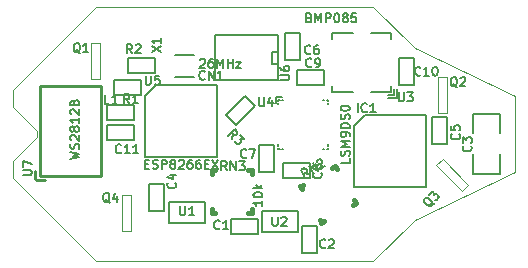
<source format=gto>
G04 (created by PCBNEW (2013-jul-07)-stable) date Tue 30 Dec 2014 02:21:33 PM EST*
%MOIN*%
G04 Gerber Fmt 3.4, Leading zero omitted, Abs format*
%FSLAX34Y34*%
G01*
G70*
G90*
G04 APERTURE LIST*
%ADD10C,0.00590551*%
%ADD11C,0.00393701*%
%ADD12C,0.0047*%
%ADD13C,0.005*%
%ADD14C,0.006*%
%ADD15C,0.015*%
%ADD16C,0.01*%
G04 APERTURE END LIST*
G54D10*
G54D11*
X55118Y-14960D02*
X45866Y-14960D01*
X55118Y-23425D02*
X45866Y-23425D01*
X56496Y-16338D02*
X59842Y-17913D01*
X55118Y-14960D02*
X56496Y-16338D01*
X56496Y-22047D02*
X59842Y-20472D01*
X55118Y-23425D02*
X56496Y-22047D01*
X45866Y-14960D02*
X43110Y-17716D01*
X45866Y-23425D02*
X43110Y-20669D01*
X59842Y-20275D02*
X59842Y-20472D01*
X59842Y-17913D02*
X59842Y-20275D01*
X43897Y-19291D02*
X43897Y-19094D01*
X43110Y-20078D02*
X43897Y-19291D01*
X43110Y-20669D02*
X43110Y-20078D01*
X43110Y-17716D02*
X43110Y-18307D01*
X43897Y-19094D02*
X43110Y-18307D01*
G54D10*
X53605Y-19577D02*
X53605Y-19537D01*
X53487Y-19695D02*
X53448Y-19695D01*
X52070Y-19695D02*
X52109Y-19695D01*
X51952Y-19577D02*
X51952Y-19537D01*
X51952Y-18160D02*
X51952Y-18199D01*
X52070Y-18041D02*
X52109Y-18041D01*
X53487Y-18041D02*
X53448Y-18041D01*
X53605Y-18160D02*
X53605Y-18199D01*
X52070Y-17963D02*
X51873Y-17963D01*
X51873Y-17963D02*
X51873Y-18160D01*
X51991Y-19695D02*
X51952Y-19695D01*
X51952Y-19695D02*
X51952Y-19656D01*
X53605Y-19656D02*
X53605Y-19695D01*
X53605Y-19695D02*
X53566Y-19695D01*
X53566Y-18041D02*
X53605Y-18041D01*
X53605Y-18041D02*
X53605Y-18081D01*
X51952Y-18081D02*
X51952Y-18041D01*
X51952Y-18041D02*
X51991Y-18041D01*
G54D12*
X57287Y-18487D02*
X57287Y-17287D01*
X57287Y-17287D02*
X57587Y-17287D01*
X57587Y-17287D02*
X57587Y-18487D01*
X57587Y-18487D02*
X57287Y-18487D01*
X45998Y-16166D02*
X45998Y-17366D01*
X45998Y-17366D02*
X45698Y-17366D01*
X45698Y-17366D02*
X45698Y-16166D01*
X45698Y-16166D02*
X45998Y-16166D01*
X58065Y-21088D02*
X57216Y-20239D01*
X57216Y-20239D02*
X57428Y-20027D01*
X57428Y-20027D02*
X58277Y-20875D01*
X58277Y-20875D02*
X58065Y-21088D01*
X47022Y-21235D02*
X47022Y-22435D01*
X47022Y-22435D02*
X46722Y-22435D01*
X46722Y-22435D02*
X46722Y-21235D01*
X46722Y-21235D02*
X47022Y-21235D01*
G54D13*
X52605Y-21758D02*
X52605Y-22458D01*
X52605Y-22458D02*
X51405Y-22458D01*
X51405Y-22458D02*
X51405Y-21758D01*
X51405Y-21758D02*
X52605Y-21758D01*
X49489Y-21459D02*
X49489Y-22159D01*
X49489Y-22159D02*
X48289Y-22159D01*
X48289Y-22159D02*
X48289Y-21459D01*
X48289Y-21459D02*
X49489Y-21459D01*
X51945Y-15943D02*
X51945Y-15893D01*
X51945Y-15893D02*
X49845Y-15893D01*
X49845Y-17393D02*
X51945Y-17393D01*
X51945Y-17393D02*
X51945Y-15943D01*
X51945Y-16843D02*
X51745Y-16843D01*
X51745Y-16843D02*
X51745Y-16443D01*
X51745Y-16443D02*
X51945Y-16443D01*
X49845Y-17393D02*
X49845Y-15893D01*
X59322Y-18509D02*
X58422Y-18509D01*
X58422Y-18509D02*
X58422Y-19159D01*
X59322Y-19859D02*
X59322Y-20509D01*
X59322Y-20509D02*
X58422Y-20509D01*
X58422Y-20509D02*
X58422Y-19859D01*
X59322Y-19159D02*
X59322Y-18509D01*
X50194Y-18546D02*
X50830Y-17910D01*
X50830Y-17910D02*
X51183Y-18264D01*
X51183Y-18264D02*
X50547Y-18900D01*
X50547Y-18900D02*
X50194Y-18546D01*
X47849Y-17168D02*
X46949Y-17168D01*
X46949Y-17168D02*
X46949Y-16668D01*
X46949Y-16668D02*
X47849Y-16668D01*
X47849Y-16668D02*
X47849Y-17168D01*
X53006Y-20650D02*
X52106Y-20650D01*
X52106Y-20650D02*
X52106Y-20150D01*
X52106Y-20150D02*
X53006Y-20150D01*
X53006Y-20150D02*
X53006Y-20650D01*
X56486Y-16650D02*
X56486Y-17550D01*
X56486Y-17550D02*
X55986Y-17550D01*
X55986Y-17550D02*
X55986Y-16650D01*
X55986Y-16650D02*
X56486Y-16650D01*
X51289Y-20455D02*
X51289Y-19555D01*
X51289Y-19555D02*
X51789Y-19555D01*
X51789Y-19555D02*
X51789Y-20455D01*
X51789Y-20455D02*
X51289Y-20455D01*
X47360Y-17892D02*
X46460Y-17892D01*
X46460Y-17892D02*
X46460Y-17392D01*
X46460Y-17392D02*
X47360Y-17392D01*
X47360Y-17392D02*
X47360Y-17892D01*
X51257Y-22523D02*
X50357Y-22523D01*
X50357Y-22523D02*
X50357Y-22023D01*
X50357Y-22023D02*
X51257Y-22023D01*
X51257Y-22023D02*
X51257Y-22523D01*
X57079Y-19538D02*
X57079Y-18638D01*
X57079Y-18638D02*
X57579Y-18638D01*
X57579Y-18638D02*
X57579Y-19538D01*
X57579Y-19538D02*
X57079Y-19538D01*
X53462Y-17569D02*
X52562Y-17569D01*
X52562Y-17569D02*
X52562Y-17069D01*
X52562Y-17069D02*
X53462Y-17069D01*
X53462Y-17069D02*
X53462Y-17569D01*
X47142Y-18739D02*
X46242Y-18739D01*
X46242Y-18739D02*
X46242Y-18239D01*
X46242Y-18239D02*
X47142Y-18239D01*
X47142Y-18239D02*
X47142Y-18739D01*
X48140Y-20856D02*
X48140Y-21756D01*
X48140Y-21756D02*
X47640Y-21756D01*
X47640Y-21756D02*
X47640Y-20856D01*
X47640Y-20856D02*
X48140Y-20856D01*
X53251Y-22266D02*
X53251Y-23166D01*
X53251Y-23166D02*
X52751Y-23166D01*
X52751Y-23166D02*
X52751Y-22266D01*
X52751Y-22266D02*
X53251Y-22266D01*
X47127Y-19388D02*
X46227Y-19388D01*
X46227Y-19388D02*
X46227Y-18888D01*
X46227Y-18888D02*
X47127Y-18888D01*
X47127Y-18888D02*
X47127Y-19388D01*
G54D14*
X47885Y-17550D02*
X49535Y-17550D01*
X49535Y-17550D02*
X49910Y-17550D01*
X49910Y-17550D02*
X49910Y-19950D01*
X49910Y-19950D02*
X47510Y-19950D01*
X47510Y-19950D02*
X47510Y-17925D01*
X47510Y-17925D02*
X47885Y-17550D01*
X54840Y-18551D02*
X56490Y-18551D01*
X56490Y-18551D02*
X56865Y-18551D01*
X56865Y-18551D02*
X56865Y-20951D01*
X56865Y-20951D02*
X54465Y-20951D01*
X54465Y-20951D02*
X54465Y-18926D01*
X54465Y-18926D02*
X54840Y-18551D01*
G54D15*
X53729Y-20325D02*
X53831Y-20266D01*
X53831Y-20266D02*
X53890Y-20368D01*
X53483Y-22104D02*
X53381Y-22163D01*
X53381Y-22163D02*
X53321Y-22061D01*
X52731Y-21038D02*
X52672Y-20935D01*
X52672Y-20935D02*
X52774Y-20876D01*
X54438Y-21553D02*
X54540Y-21494D01*
X54540Y-21494D02*
X54481Y-21391D01*
X49843Y-21825D02*
X49725Y-21825D01*
X49725Y-21825D02*
X49725Y-21706D01*
X50945Y-20407D02*
X51063Y-20407D01*
X51063Y-20407D02*
X51063Y-20525D01*
X51063Y-21706D02*
X51063Y-21825D01*
X51063Y-21825D02*
X50945Y-21825D01*
X49843Y-20407D02*
X49725Y-20407D01*
X49725Y-20407D02*
X49725Y-20525D01*
G54D10*
X49139Y-16562D02*
X48509Y-16562D01*
X48517Y-17294D02*
X49146Y-17294D01*
X55613Y-17895D02*
X55810Y-17895D01*
X55810Y-17895D02*
X55810Y-17698D01*
X55908Y-17698D02*
X55908Y-17994D01*
X55908Y-17994D02*
X55613Y-17994D01*
X53743Y-17600D02*
X53743Y-17797D01*
X53743Y-17797D02*
X54432Y-17797D01*
X54432Y-15828D02*
X53743Y-15828D01*
X53743Y-15828D02*
X53743Y-16025D01*
X55712Y-16025D02*
X55712Y-15828D01*
X55712Y-15828D02*
X55023Y-15828D01*
X55712Y-17797D02*
X55712Y-17600D01*
X55712Y-17797D02*
X55023Y-17797D01*
G54D13*
X52179Y-16725D02*
X52179Y-15825D01*
X52179Y-15825D02*
X52679Y-15825D01*
X52679Y-15825D02*
X52679Y-16725D01*
X52679Y-16725D02*
X52179Y-16725D01*
G54D16*
X43849Y-20700D02*
X43889Y-20740D01*
X43889Y-20740D02*
X44164Y-20740D01*
X43849Y-20425D02*
X43849Y-20700D01*
X46054Y-20582D02*
X44007Y-20582D01*
X44007Y-20582D02*
X44007Y-17590D01*
X44007Y-17590D02*
X46054Y-17590D01*
X46054Y-17590D02*
X46054Y-20582D01*
G54D14*
X51306Y-17971D02*
X51306Y-18213D01*
X51321Y-18242D01*
X51335Y-18256D01*
X51364Y-18271D01*
X51421Y-18271D01*
X51449Y-18256D01*
X51464Y-18242D01*
X51478Y-18213D01*
X51478Y-17971D01*
X51749Y-18071D02*
X51749Y-18271D01*
X51678Y-17956D02*
X51606Y-18171D01*
X51792Y-18171D01*
X54324Y-20002D02*
X54324Y-20145D01*
X54024Y-20145D01*
X54309Y-19917D02*
X54324Y-19874D01*
X54324Y-19802D01*
X54309Y-19774D01*
X54295Y-19759D01*
X54267Y-19745D01*
X54238Y-19745D01*
X54209Y-19759D01*
X54195Y-19774D01*
X54181Y-19802D01*
X54167Y-19859D01*
X54152Y-19888D01*
X54138Y-19902D01*
X54109Y-19917D01*
X54081Y-19917D01*
X54052Y-19902D01*
X54038Y-19888D01*
X54024Y-19859D01*
X54024Y-19788D01*
X54038Y-19745D01*
X54324Y-19617D02*
X54024Y-19617D01*
X54238Y-19517D01*
X54024Y-19417D01*
X54324Y-19417D01*
X54324Y-19259D02*
X54324Y-19202D01*
X54309Y-19174D01*
X54295Y-19159D01*
X54252Y-19131D01*
X54195Y-19117D01*
X54081Y-19117D01*
X54052Y-19131D01*
X54038Y-19145D01*
X54024Y-19174D01*
X54024Y-19231D01*
X54038Y-19259D01*
X54052Y-19274D01*
X54081Y-19288D01*
X54152Y-19288D01*
X54181Y-19274D01*
X54195Y-19259D01*
X54209Y-19231D01*
X54209Y-19174D01*
X54195Y-19145D01*
X54181Y-19131D01*
X54152Y-19117D01*
X54324Y-18988D02*
X54024Y-18988D01*
X54024Y-18917D01*
X54038Y-18874D01*
X54067Y-18845D01*
X54095Y-18831D01*
X54152Y-18817D01*
X54195Y-18817D01*
X54252Y-18831D01*
X54281Y-18845D01*
X54309Y-18874D01*
X54324Y-18917D01*
X54324Y-18988D01*
X54309Y-18702D02*
X54324Y-18659D01*
X54324Y-18588D01*
X54309Y-18559D01*
X54295Y-18545D01*
X54267Y-18531D01*
X54238Y-18531D01*
X54209Y-18545D01*
X54195Y-18559D01*
X54181Y-18588D01*
X54167Y-18645D01*
X54152Y-18674D01*
X54138Y-18688D01*
X54109Y-18702D01*
X54081Y-18702D01*
X54052Y-18688D01*
X54038Y-18674D01*
X54024Y-18645D01*
X54024Y-18574D01*
X54038Y-18531D01*
X54024Y-18345D02*
X54024Y-18317D01*
X54038Y-18288D01*
X54052Y-18274D01*
X54081Y-18259D01*
X54138Y-18245D01*
X54209Y-18245D01*
X54267Y-18259D01*
X54295Y-18274D01*
X54309Y-18288D01*
X54324Y-18317D01*
X54324Y-18345D01*
X54309Y-18374D01*
X54295Y-18388D01*
X54267Y-18402D01*
X54209Y-18417D01*
X54138Y-18417D01*
X54081Y-18402D01*
X54052Y-18388D01*
X54038Y-18374D01*
X54024Y-18345D01*
X47734Y-16473D02*
X48034Y-16273D01*
X47734Y-16273D02*
X48034Y-16473D01*
X48034Y-16001D02*
X48034Y-16173D01*
X48034Y-16087D02*
X47734Y-16087D01*
X47777Y-16116D01*
X47806Y-16144D01*
X47820Y-16173D01*
X49331Y-16710D02*
X49345Y-16695D01*
X49374Y-16681D01*
X49445Y-16681D01*
X49474Y-16695D01*
X49488Y-16710D01*
X49502Y-16738D01*
X49502Y-16767D01*
X49488Y-16810D01*
X49316Y-16981D01*
X49502Y-16981D01*
X49759Y-16681D02*
X49702Y-16681D01*
X49674Y-16695D01*
X49659Y-16710D01*
X49631Y-16753D01*
X49616Y-16810D01*
X49616Y-16924D01*
X49631Y-16953D01*
X49645Y-16967D01*
X49674Y-16981D01*
X49731Y-16981D01*
X49759Y-16967D01*
X49774Y-16953D01*
X49788Y-16924D01*
X49788Y-16853D01*
X49774Y-16824D01*
X49759Y-16810D01*
X49731Y-16795D01*
X49674Y-16795D01*
X49645Y-16810D01*
X49631Y-16824D01*
X49616Y-16853D01*
X49916Y-16981D02*
X49916Y-16681D01*
X50016Y-16895D01*
X50116Y-16681D01*
X50116Y-16981D01*
X50259Y-16981D02*
X50259Y-16681D01*
X50259Y-16824D02*
X50431Y-16824D01*
X50431Y-16981D02*
X50431Y-16681D01*
X50545Y-16781D02*
X50702Y-16781D01*
X50545Y-16981D01*
X50702Y-16981D01*
X57914Y-17630D02*
X57885Y-17616D01*
X57857Y-17587D01*
X57814Y-17544D01*
X57785Y-17530D01*
X57757Y-17530D01*
X57771Y-17601D02*
X57742Y-17587D01*
X57714Y-17558D01*
X57700Y-17501D01*
X57700Y-17401D01*
X57714Y-17344D01*
X57742Y-17316D01*
X57771Y-17301D01*
X57828Y-17301D01*
X57857Y-17316D01*
X57885Y-17344D01*
X57900Y-17401D01*
X57900Y-17501D01*
X57885Y-17558D01*
X57857Y-17587D01*
X57828Y-17601D01*
X57771Y-17601D01*
X58014Y-17330D02*
X58028Y-17316D01*
X58057Y-17301D01*
X58128Y-17301D01*
X58157Y-17316D01*
X58171Y-17330D01*
X58185Y-17358D01*
X58185Y-17387D01*
X58171Y-17430D01*
X58000Y-17601D01*
X58185Y-17601D01*
X45348Y-16490D02*
X45320Y-16476D01*
X45291Y-16447D01*
X45248Y-16404D01*
X45220Y-16390D01*
X45191Y-16390D01*
X45206Y-16461D02*
X45177Y-16447D01*
X45148Y-16419D01*
X45134Y-16361D01*
X45134Y-16261D01*
X45148Y-16204D01*
X45177Y-16176D01*
X45206Y-16161D01*
X45263Y-16161D01*
X45291Y-16176D01*
X45320Y-16204D01*
X45334Y-16261D01*
X45334Y-16361D01*
X45320Y-16419D01*
X45291Y-16447D01*
X45263Y-16461D01*
X45206Y-16461D01*
X45620Y-16461D02*
X45448Y-16461D01*
X45534Y-16461D02*
X45534Y-16161D01*
X45506Y-16204D01*
X45477Y-16233D01*
X45448Y-16247D01*
X57152Y-21504D02*
X57122Y-21514D01*
X57082Y-21514D01*
X57021Y-21514D01*
X56991Y-21524D01*
X56970Y-21544D01*
X57031Y-21585D02*
X57001Y-21595D01*
X56960Y-21595D01*
X56910Y-21564D01*
X56839Y-21494D01*
X56809Y-21443D01*
X56809Y-21403D01*
X56819Y-21372D01*
X56859Y-21332D01*
X56890Y-21322D01*
X56930Y-21322D01*
X56981Y-21352D01*
X57051Y-21423D01*
X57082Y-21473D01*
X57082Y-21514D01*
X57071Y-21544D01*
X57031Y-21585D01*
X56981Y-21211D02*
X57112Y-21079D01*
X57122Y-21231D01*
X57152Y-21201D01*
X57183Y-21191D01*
X57203Y-21191D01*
X57233Y-21201D01*
X57284Y-21251D01*
X57294Y-21281D01*
X57294Y-21302D01*
X57284Y-21332D01*
X57223Y-21393D01*
X57193Y-21403D01*
X57172Y-21403D01*
X46329Y-21488D02*
X46301Y-21474D01*
X46272Y-21445D01*
X46229Y-21402D01*
X46201Y-21388D01*
X46172Y-21388D01*
X46186Y-21460D02*
X46158Y-21445D01*
X46129Y-21417D01*
X46115Y-21360D01*
X46115Y-21260D01*
X46129Y-21202D01*
X46158Y-21174D01*
X46186Y-21160D01*
X46243Y-21160D01*
X46272Y-21174D01*
X46301Y-21202D01*
X46315Y-21260D01*
X46315Y-21360D01*
X46301Y-21417D01*
X46272Y-21445D01*
X46243Y-21460D01*
X46186Y-21460D01*
X46572Y-21260D02*
X46572Y-21460D01*
X46501Y-21145D02*
X46429Y-21360D01*
X46615Y-21360D01*
X51754Y-21946D02*
X51754Y-22189D01*
X51768Y-22217D01*
X51783Y-22232D01*
X51811Y-22246D01*
X51868Y-22246D01*
X51897Y-22232D01*
X51911Y-22217D01*
X51926Y-22189D01*
X51926Y-21946D01*
X52054Y-21975D02*
X52068Y-21960D01*
X52097Y-21946D01*
X52168Y-21946D01*
X52197Y-21960D01*
X52211Y-21975D01*
X52226Y-22003D01*
X52226Y-22032D01*
X52211Y-22075D01*
X52040Y-22246D01*
X52226Y-22246D01*
X48676Y-21602D02*
X48676Y-21844D01*
X48690Y-21873D01*
X48705Y-21887D01*
X48733Y-21902D01*
X48790Y-21902D01*
X48819Y-21887D01*
X48833Y-21873D01*
X48847Y-21844D01*
X48847Y-21602D01*
X49147Y-21902D02*
X48976Y-21902D01*
X49062Y-21902D02*
X49062Y-21602D01*
X49033Y-21644D01*
X49005Y-21673D01*
X48976Y-21687D01*
X52018Y-17388D02*
X52261Y-17388D01*
X52290Y-17373D01*
X52304Y-17359D01*
X52318Y-17331D01*
X52318Y-17273D01*
X52304Y-17245D01*
X52290Y-17231D01*
X52261Y-17216D01*
X52018Y-17216D01*
X52018Y-16945D02*
X52018Y-17002D01*
X52032Y-17031D01*
X52047Y-17045D01*
X52090Y-17073D01*
X52147Y-17088D01*
X52261Y-17088D01*
X52290Y-17073D01*
X52304Y-17059D01*
X52318Y-17031D01*
X52318Y-16973D01*
X52304Y-16945D01*
X52290Y-16931D01*
X52261Y-16916D01*
X52190Y-16916D01*
X52161Y-16931D01*
X52147Y-16945D01*
X52132Y-16973D01*
X52132Y-17031D01*
X52147Y-17059D01*
X52161Y-17073D01*
X52190Y-17088D01*
X58360Y-19587D02*
X58374Y-19601D01*
X58389Y-19644D01*
X58389Y-19673D01*
X58374Y-19715D01*
X58346Y-19744D01*
X58317Y-19758D01*
X58260Y-19773D01*
X58217Y-19773D01*
X58160Y-19758D01*
X58132Y-19744D01*
X58103Y-19715D01*
X58089Y-19673D01*
X58089Y-19644D01*
X58103Y-19601D01*
X58117Y-19587D01*
X58089Y-19487D02*
X58089Y-19301D01*
X58203Y-19401D01*
X58203Y-19358D01*
X58217Y-19330D01*
X58232Y-19315D01*
X58260Y-19301D01*
X58332Y-19301D01*
X58360Y-19315D01*
X58374Y-19330D01*
X58389Y-19358D01*
X58389Y-19444D01*
X58374Y-19473D01*
X58360Y-19487D01*
X50398Y-19362D02*
X50429Y-19190D01*
X50277Y-19241D02*
X50489Y-19029D01*
X50570Y-19109D01*
X50580Y-19140D01*
X50580Y-19160D01*
X50570Y-19190D01*
X50540Y-19221D01*
X50509Y-19231D01*
X50489Y-19231D01*
X50459Y-19221D01*
X50378Y-19140D01*
X50681Y-19221D02*
X50813Y-19352D01*
X50661Y-19362D01*
X50691Y-19392D01*
X50701Y-19423D01*
X50701Y-19443D01*
X50691Y-19473D01*
X50641Y-19524D01*
X50610Y-19534D01*
X50590Y-19534D01*
X50560Y-19524D01*
X50499Y-19463D01*
X50489Y-19433D01*
X50489Y-19412D01*
X47083Y-16498D02*
X46983Y-16355D01*
X46912Y-16498D02*
X46912Y-16198D01*
X47026Y-16198D01*
X47054Y-16212D01*
X47069Y-16227D01*
X47083Y-16255D01*
X47083Y-16298D01*
X47069Y-16327D01*
X47054Y-16341D01*
X47026Y-16355D01*
X46912Y-16355D01*
X47197Y-16227D02*
X47212Y-16212D01*
X47240Y-16198D01*
X47312Y-16198D01*
X47340Y-16212D01*
X47354Y-16227D01*
X47369Y-16255D01*
X47369Y-16284D01*
X47354Y-16327D01*
X47183Y-16498D01*
X47369Y-16498D01*
X53372Y-20479D02*
X53386Y-20494D01*
X53401Y-20537D01*
X53401Y-20565D01*
X53386Y-20608D01*
X53358Y-20637D01*
X53329Y-20651D01*
X53272Y-20665D01*
X53229Y-20665D01*
X53172Y-20651D01*
X53143Y-20637D01*
X53115Y-20608D01*
X53101Y-20565D01*
X53101Y-20537D01*
X53115Y-20494D01*
X53129Y-20479D01*
X53229Y-20308D02*
X53215Y-20337D01*
X53201Y-20351D01*
X53172Y-20365D01*
X53158Y-20365D01*
X53129Y-20351D01*
X53115Y-20337D01*
X53101Y-20308D01*
X53101Y-20251D01*
X53115Y-20222D01*
X53129Y-20208D01*
X53158Y-20194D01*
X53172Y-20194D01*
X53201Y-20208D01*
X53215Y-20222D01*
X53229Y-20251D01*
X53229Y-20308D01*
X53243Y-20337D01*
X53258Y-20351D01*
X53286Y-20365D01*
X53343Y-20365D01*
X53372Y-20351D01*
X53386Y-20337D01*
X53401Y-20308D01*
X53401Y-20251D01*
X53386Y-20222D01*
X53372Y-20208D01*
X53343Y-20194D01*
X53286Y-20194D01*
X53258Y-20208D01*
X53243Y-20222D01*
X53229Y-20251D01*
X56687Y-17218D02*
X56672Y-17233D01*
X56629Y-17247D01*
X56601Y-17247D01*
X56558Y-17233D01*
X56529Y-17204D01*
X56515Y-17175D01*
X56501Y-17118D01*
X56501Y-17075D01*
X56515Y-17018D01*
X56529Y-16990D01*
X56558Y-16961D01*
X56601Y-16947D01*
X56629Y-16947D01*
X56672Y-16961D01*
X56687Y-16975D01*
X56972Y-17247D02*
X56801Y-17247D01*
X56887Y-17247D02*
X56887Y-16947D01*
X56858Y-16990D01*
X56829Y-17018D01*
X56801Y-17033D01*
X57158Y-16947D02*
X57187Y-16947D01*
X57215Y-16961D01*
X57229Y-16975D01*
X57244Y-17004D01*
X57258Y-17061D01*
X57258Y-17133D01*
X57244Y-17190D01*
X57229Y-17218D01*
X57215Y-17233D01*
X57187Y-17247D01*
X57158Y-17247D01*
X57129Y-17233D01*
X57115Y-17218D01*
X57101Y-17190D01*
X57087Y-17133D01*
X57087Y-17061D01*
X57101Y-17004D01*
X57115Y-16975D01*
X57129Y-16961D01*
X57158Y-16947D01*
X50885Y-19964D02*
X50870Y-19979D01*
X50827Y-19993D01*
X50799Y-19993D01*
X50756Y-19979D01*
X50727Y-19950D01*
X50713Y-19922D01*
X50699Y-19864D01*
X50699Y-19822D01*
X50713Y-19764D01*
X50727Y-19736D01*
X50756Y-19707D01*
X50799Y-19693D01*
X50827Y-19693D01*
X50870Y-19707D01*
X50885Y-19722D01*
X50985Y-19693D02*
X51185Y-19693D01*
X51056Y-19993D01*
X46987Y-18172D02*
X46887Y-18029D01*
X46815Y-18172D02*
X46815Y-17872D01*
X46930Y-17872D01*
X46958Y-17886D01*
X46973Y-17901D01*
X46987Y-17929D01*
X46987Y-17972D01*
X46973Y-18001D01*
X46958Y-18015D01*
X46930Y-18029D01*
X46815Y-18029D01*
X47273Y-18172D02*
X47101Y-18172D01*
X47187Y-18172D02*
X47187Y-17872D01*
X47158Y-17915D01*
X47130Y-17944D01*
X47101Y-17958D01*
X49989Y-22336D02*
X49975Y-22351D01*
X49932Y-22365D01*
X49903Y-22365D01*
X49860Y-22351D01*
X49832Y-22322D01*
X49817Y-22294D01*
X49803Y-22236D01*
X49803Y-22194D01*
X49817Y-22136D01*
X49832Y-22108D01*
X49860Y-22079D01*
X49903Y-22065D01*
X49932Y-22065D01*
X49975Y-22079D01*
X49989Y-22094D01*
X50275Y-22365D02*
X50103Y-22365D01*
X50189Y-22365D02*
X50189Y-22065D01*
X50160Y-22108D01*
X50132Y-22136D01*
X50103Y-22151D01*
X57976Y-19183D02*
X57991Y-19198D01*
X58005Y-19241D01*
X58005Y-19269D01*
X57991Y-19312D01*
X57962Y-19341D01*
X57933Y-19355D01*
X57876Y-19369D01*
X57833Y-19369D01*
X57776Y-19355D01*
X57748Y-19341D01*
X57719Y-19312D01*
X57705Y-19269D01*
X57705Y-19241D01*
X57719Y-19198D01*
X57733Y-19183D01*
X57705Y-18912D02*
X57705Y-19055D01*
X57848Y-19069D01*
X57833Y-19055D01*
X57819Y-19026D01*
X57819Y-18955D01*
X57833Y-18926D01*
X57848Y-18912D01*
X57876Y-18898D01*
X57948Y-18898D01*
X57976Y-18912D01*
X57991Y-18926D01*
X58005Y-18955D01*
X58005Y-19026D01*
X57991Y-19055D01*
X57976Y-19069D01*
X53050Y-16933D02*
X53036Y-16947D01*
X52993Y-16961D01*
X52964Y-16961D01*
X52921Y-16947D01*
X52893Y-16919D01*
X52878Y-16890D01*
X52864Y-16833D01*
X52864Y-16790D01*
X52878Y-16733D01*
X52893Y-16704D01*
X52921Y-16676D01*
X52964Y-16661D01*
X52993Y-16661D01*
X53036Y-16676D01*
X53050Y-16690D01*
X53193Y-16961D02*
X53250Y-16961D01*
X53278Y-16947D01*
X53293Y-16933D01*
X53321Y-16890D01*
X53336Y-16833D01*
X53336Y-16719D01*
X53321Y-16690D01*
X53307Y-16676D01*
X53278Y-16661D01*
X53221Y-16661D01*
X53193Y-16676D01*
X53178Y-16690D01*
X53164Y-16719D01*
X53164Y-16790D01*
X53178Y-16819D01*
X53193Y-16833D01*
X53221Y-16847D01*
X53278Y-16847D01*
X53307Y-16833D01*
X53321Y-16819D01*
X53336Y-16790D01*
X46318Y-18182D02*
X46175Y-18182D01*
X46175Y-17882D01*
X46575Y-18182D02*
X46403Y-18182D01*
X46489Y-18182D02*
X46489Y-17882D01*
X46460Y-17925D01*
X46432Y-17953D01*
X46403Y-17968D01*
X48518Y-20817D02*
X48532Y-20832D01*
X48546Y-20874D01*
X48546Y-20903D01*
X48532Y-20946D01*
X48503Y-20974D01*
X48475Y-20989D01*
X48418Y-21003D01*
X48375Y-21003D01*
X48318Y-20989D01*
X48289Y-20974D01*
X48260Y-20946D01*
X48246Y-20903D01*
X48246Y-20874D01*
X48260Y-20832D01*
X48275Y-20817D01*
X48346Y-20560D02*
X48546Y-20560D01*
X48232Y-20632D02*
X48446Y-20703D01*
X48446Y-20517D01*
X53520Y-22969D02*
X53506Y-22983D01*
X53463Y-22998D01*
X53434Y-22998D01*
X53391Y-22983D01*
X53363Y-22955D01*
X53348Y-22926D01*
X53334Y-22869D01*
X53334Y-22826D01*
X53348Y-22769D01*
X53363Y-22740D01*
X53391Y-22712D01*
X53434Y-22698D01*
X53463Y-22698D01*
X53506Y-22712D01*
X53520Y-22726D01*
X53634Y-22726D02*
X53648Y-22712D01*
X53677Y-22698D01*
X53748Y-22698D01*
X53777Y-22712D01*
X53791Y-22726D01*
X53806Y-22755D01*
X53806Y-22783D01*
X53791Y-22826D01*
X53620Y-22998D01*
X53806Y-22998D01*
X46706Y-19807D02*
X46692Y-19821D01*
X46649Y-19835D01*
X46621Y-19835D01*
X46578Y-19821D01*
X46549Y-19793D01*
X46535Y-19764D01*
X46521Y-19707D01*
X46521Y-19664D01*
X46535Y-19607D01*
X46549Y-19578D01*
X46578Y-19550D01*
X46621Y-19535D01*
X46649Y-19535D01*
X46692Y-19550D01*
X46706Y-19564D01*
X46992Y-19835D02*
X46821Y-19835D01*
X46906Y-19835D02*
X46906Y-19535D01*
X46878Y-19578D01*
X46849Y-19607D01*
X46821Y-19621D01*
X47278Y-19835D02*
X47106Y-19835D01*
X47192Y-19835D02*
X47192Y-19535D01*
X47163Y-19578D01*
X47135Y-19607D01*
X47106Y-19621D01*
X47527Y-17252D02*
X47527Y-17495D01*
X47541Y-17523D01*
X47555Y-17538D01*
X47584Y-17552D01*
X47641Y-17552D01*
X47670Y-17538D01*
X47684Y-17523D01*
X47698Y-17495D01*
X47698Y-17252D01*
X47984Y-17252D02*
X47841Y-17252D01*
X47827Y-17395D01*
X47841Y-17381D01*
X47870Y-17366D01*
X47941Y-17366D01*
X47970Y-17381D01*
X47984Y-17395D01*
X47998Y-17423D01*
X47998Y-17495D01*
X47984Y-17523D01*
X47970Y-17538D01*
X47941Y-17552D01*
X47870Y-17552D01*
X47841Y-17538D01*
X47827Y-17523D01*
X47503Y-20190D02*
X47603Y-20190D01*
X47646Y-20347D02*
X47503Y-20347D01*
X47503Y-20047D01*
X47646Y-20047D01*
X47760Y-20333D02*
X47803Y-20347D01*
X47874Y-20347D01*
X47903Y-20333D01*
X47917Y-20319D01*
X47932Y-20290D01*
X47932Y-20262D01*
X47917Y-20233D01*
X47903Y-20219D01*
X47874Y-20204D01*
X47817Y-20190D01*
X47789Y-20176D01*
X47774Y-20162D01*
X47760Y-20133D01*
X47760Y-20104D01*
X47774Y-20076D01*
X47789Y-20062D01*
X47817Y-20047D01*
X47889Y-20047D01*
X47932Y-20062D01*
X48060Y-20347D02*
X48060Y-20047D01*
X48174Y-20047D01*
X48203Y-20062D01*
X48217Y-20076D01*
X48232Y-20104D01*
X48232Y-20147D01*
X48217Y-20176D01*
X48203Y-20190D01*
X48174Y-20204D01*
X48060Y-20204D01*
X48403Y-20176D02*
X48374Y-20162D01*
X48360Y-20147D01*
X48346Y-20119D01*
X48346Y-20104D01*
X48360Y-20076D01*
X48374Y-20062D01*
X48403Y-20047D01*
X48460Y-20047D01*
X48489Y-20062D01*
X48503Y-20076D01*
X48517Y-20104D01*
X48517Y-20119D01*
X48503Y-20147D01*
X48489Y-20162D01*
X48460Y-20176D01*
X48403Y-20176D01*
X48374Y-20190D01*
X48360Y-20204D01*
X48346Y-20233D01*
X48346Y-20290D01*
X48360Y-20319D01*
X48374Y-20333D01*
X48403Y-20347D01*
X48460Y-20347D01*
X48489Y-20333D01*
X48503Y-20319D01*
X48517Y-20290D01*
X48517Y-20233D01*
X48503Y-20204D01*
X48489Y-20190D01*
X48460Y-20176D01*
X48632Y-20076D02*
X48646Y-20062D01*
X48674Y-20047D01*
X48746Y-20047D01*
X48774Y-20062D01*
X48789Y-20076D01*
X48803Y-20104D01*
X48803Y-20133D01*
X48789Y-20176D01*
X48617Y-20347D01*
X48803Y-20347D01*
X49060Y-20047D02*
X49003Y-20047D01*
X48974Y-20062D01*
X48960Y-20076D01*
X48932Y-20119D01*
X48917Y-20176D01*
X48917Y-20290D01*
X48932Y-20319D01*
X48946Y-20333D01*
X48974Y-20347D01*
X49032Y-20347D01*
X49060Y-20333D01*
X49074Y-20319D01*
X49089Y-20290D01*
X49089Y-20219D01*
X49074Y-20190D01*
X49060Y-20176D01*
X49032Y-20162D01*
X48974Y-20162D01*
X48946Y-20176D01*
X48932Y-20190D01*
X48917Y-20219D01*
X49346Y-20047D02*
X49289Y-20047D01*
X49260Y-20062D01*
X49246Y-20076D01*
X49217Y-20119D01*
X49203Y-20176D01*
X49203Y-20290D01*
X49217Y-20319D01*
X49232Y-20333D01*
X49260Y-20347D01*
X49317Y-20347D01*
X49346Y-20333D01*
X49360Y-20319D01*
X49374Y-20290D01*
X49374Y-20219D01*
X49360Y-20190D01*
X49346Y-20176D01*
X49317Y-20162D01*
X49260Y-20162D01*
X49232Y-20176D01*
X49217Y-20190D01*
X49203Y-20219D01*
X49503Y-20190D02*
X49603Y-20190D01*
X49646Y-20347D02*
X49503Y-20347D01*
X49503Y-20047D01*
X49646Y-20047D01*
X49746Y-20047D02*
X49946Y-20347D01*
X49946Y-20047D02*
X49746Y-20347D01*
X54589Y-18467D02*
X54589Y-18167D01*
X54903Y-18439D02*
X54889Y-18453D01*
X54846Y-18467D01*
X54817Y-18467D01*
X54774Y-18453D01*
X54746Y-18425D01*
X54731Y-18396D01*
X54717Y-18339D01*
X54717Y-18296D01*
X54731Y-18239D01*
X54746Y-18210D01*
X54774Y-18182D01*
X54817Y-18167D01*
X54846Y-18167D01*
X54889Y-18182D01*
X54903Y-18196D01*
X55189Y-18467D02*
X55017Y-18467D01*
X55103Y-18467D02*
X55103Y-18167D01*
X55074Y-18210D01*
X55046Y-18239D01*
X55017Y-18253D01*
X52995Y-20571D02*
X52837Y-20497D01*
X52847Y-20657D02*
X52697Y-20397D01*
X52796Y-20340D01*
X52827Y-20338D01*
X52847Y-20343D01*
X52874Y-20360D01*
X52895Y-20398D01*
X52897Y-20429D01*
X52892Y-20449D01*
X52874Y-20476D01*
X52775Y-20533D01*
X53106Y-20507D02*
X52956Y-20247D01*
X53255Y-20421D01*
X53105Y-20161D01*
X53230Y-20121D02*
X53236Y-20102D01*
X53253Y-20075D01*
X53315Y-20040D01*
X53347Y-20038D01*
X53367Y-20043D01*
X53393Y-20060D01*
X53408Y-20085D01*
X53417Y-20129D01*
X53354Y-20364D01*
X53515Y-20271D01*
X50225Y-20406D02*
X50125Y-20264D01*
X50054Y-20406D02*
X50054Y-20106D01*
X50168Y-20106D01*
X50197Y-20121D01*
X50211Y-20135D01*
X50225Y-20164D01*
X50225Y-20206D01*
X50211Y-20235D01*
X50197Y-20249D01*
X50168Y-20264D01*
X50054Y-20264D01*
X50354Y-20406D02*
X50354Y-20106D01*
X50525Y-20406D01*
X50525Y-20106D01*
X50640Y-20106D02*
X50825Y-20106D01*
X50725Y-20221D01*
X50768Y-20221D01*
X50797Y-20235D01*
X50811Y-20249D01*
X50825Y-20278D01*
X50825Y-20349D01*
X50811Y-20378D01*
X50797Y-20392D01*
X50768Y-20406D01*
X50683Y-20406D01*
X50654Y-20392D01*
X50640Y-20378D01*
X51420Y-21418D02*
X51420Y-21590D01*
X51420Y-21504D02*
X51120Y-21504D01*
X51163Y-21533D01*
X51192Y-21561D01*
X51206Y-21590D01*
X51120Y-21233D02*
X51120Y-21204D01*
X51134Y-21175D01*
X51149Y-21161D01*
X51177Y-21147D01*
X51234Y-21133D01*
X51306Y-21133D01*
X51363Y-21147D01*
X51392Y-21161D01*
X51406Y-21175D01*
X51420Y-21204D01*
X51420Y-21233D01*
X51406Y-21261D01*
X51392Y-21275D01*
X51363Y-21290D01*
X51306Y-21304D01*
X51234Y-21304D01*
X51177Y-21290D01*
X51149Y-21275D01*
X51134Y-21261D01*
X51120Y-21233D01*
X51420Y-21004D02*
X51120Y-21004D01*
X51306Y-20975D02*
X51420Y-20890D01*
X51220Y-20890D02*
X51334Y-21004D01*
X49497Y-17356D02*
X49483Y-17370D01*
X49440Y-17385D01*
X49411Y-17385D01*
X49369Y-17370D01*
X49340Y-17342D01*
X49326Y-17313D01*
X49311Y-17256D01*
X49311Y-17213D01*
X49326Y-17156D01*
X49340Y-17128D01*
X49369Y-17099D01*
X49411Y-17085D01*
X49440Y-17085D01*
X49483Y-17099D01*
X49497Y-17113D01*
X49626Y-17385D02*
X49626Y-17085D01*
X49797Y-17385D01*
X49797Y-17085D01*
X50097Y-17385D02*
X49926Y-17385D01*
X50011Y-17385D02*
X50011Y-17085D01*
X49983Y-17128D01*
X49954Y-17156D01*
X49926Y-17170D01*
X55962Y-17803D02*
X55962Y-18046D01*
X55976Y-18075D01*
X55990Y-18089D01*
X56019Y-18103D01*
X56076Y-18103D01*
X56105Y-18089D01*
X56119Y-18075D01*
X56133Y-18046D01*
X56133Y-17803D01*
X56248Y-17803D02*
X56433Y-17803D01*
X56333Y-17917D01*
X56376Y-17917D01*
X56405Y-17932D01*
X56419Y-17946D01*
X56433Y-17975D01*
X56433Y-18046D01*
X56419Y-18075D01*
X56405Y-18089D01*
X56376Y-18103D01*
X56290Y-18103D01*
X56262Y-18089D01*
X56248Y-18075D01*
X52982Y-15308D02*
X53024Y-15323D01*
X53039Y-15337D01*
X53053Y-15365D01*
X53053Y-15408D01*
X53039Y-15437D01*
X53024Y-15451D01*
X52996Y-15465D01*
X52882Y-15465D01*
X52882Y-15165D01*
X52982Y-15165D01*
X53010Y-15180D01*
X53024Y-15194D01*
X53039Y-15223D01*
X53039Y-15251D01*
X53024Y-15280D01*
X53010Y-15294D01*
X52982Y-15308D01*
X52882Y-15308D01*
X53182Y-15465D02*
X53182Y-15165D01*
X53282Y-15380D01*
X53382Y-15165D01*
X53382Y-15465D01*
X53524Y-15465D02*
X53524Y-15165D01*
X53639Y-15165D01*
X53667Y-15180D01*
X53682Y-15194D01*
X53696Y-15223D01*
X53696Y-15265D01*
X53682Y-15294D01*
X53667Y-15308D01*
X53639Y-15323D01*
X53524Y-15323D01*
X53882Y-15165D02*
X53910Y-15165D01*
X53939Y-15180D01*
X53953Y-15194D01*
X53967Y-15223D01*
X53982Y-15280D01*
X53982Y-15351D01*
X53967Y-15408D01*
X53953Y-15437D01*
X53939Y-15451D01*
X53910Y-15465D01*
X53882Y-15465D01*
X53853Y-15451D01*
X53839Y-15437D01*
X53824Y-15408D01*
X53810Y-15351D01*
X53810Y-15280D01*
X53824Y-15223D01*
X53839Y-15194D01*
X53853Y-15180D01*
X53882Y-15165D01*
X54153Y-15294D02*
X54124Y-15280D01*
X54110Y-15265D01*
X54096Y-15237D01*
X54096Y-15223D01*
X54110Y-15194D01*
X54124Y-15180D01*
X54153Y-15165D01*
X54210Y-15165D01*
X54239Y-15180D01*
X54253Y-15194D01*
X54267Y-15223D01*
X54267Y-15237D01*
X54253Y-15265D01*
X54239Y-15280D01*
X54210Y-15294D01*
X54153Y-15294D01*
X54124Y-15308D01*
X54110Y-15323D01*
X54096Y-15351D01*
X54096Y-15408D01*
X54110Y-15437D01*
X54124Y-15451D01*
X54153Y-15465D01*
X54210Y-15465D01*
X54239Y-15451D01*
X54253Y-15437D01*
X54267Y-15408D01*
X54267Y-15351D01*
X54253Y-15323D01*
X54239Y-15308D01*
X54210Y-15294D01*
X54539Y-15165D02*
X54396Y-15165D01*
X54382Y-15308D01*
X54396Y-15294D01*
X54424Y-15280D01*
X54496Y-15280D01*
X54524Y-15294D01*
X54539Y-15308D01*
X54553Y-15337D01*
X54553Y-15408D01*
X54539Y-15437D01*
X54524Y-15451D01*
X54496Y-15465D01*
X54424Y-15465D01*
X54396Y-15451D01*
X54382Y-15437D01*
X53020Y-16500D02*
X53006Y-16514D01*
X52963Y-16528D01*
X52935Y-16528D01*
X52892Y-16514D01*
X52863Y-16486D01*
X52849Y-16457D01*
X52835Y-16400D01*
X52835Y-16357D01*
X52849Y-16300D01*
X52863Y-16271D01*
X52892Y-16243D01*
X52935Y-16228D01*
X52963Y-16228D01*
X53006Y-16243D01*
X53020Y-16257D01*
X53278Y-16228D02*
X53220Y-16228D01*
X53192Y-16243D01*
X53178Y-16257D01*
X53149Y-16300D01*
X53135Y-16357D01*
X53135Y-16471D01*
X53149Y-16500D01*
X53163Y-16514D01*
X53192Y-16528D01*
X53249Y-16528D01*
X53278Y-16514D01*
X53292Y-16500D01*
X53306Y-16471D01*
X53306Y-16400D01*
X53292Y-16371D01*
X53278Y-16357D01*
X53249Y-16343D01*
X53192Y-16343D01*
X53163Y-16357D01*
X53149Y-16371D01*
X53135Y-16400D01*
X43423Y-20563D02*
X43666Y-20563D01*
X43695Y-20548D01*
X43709Y-20534D01*
X43723Y-20506D01*
X43723Y-20448D01*
X43709Y-20420D01*
X43695Y-20406D01*
X43666Y-20391D01*
X43423Y-20391D01*
X43423Y-20277D02*
X43423Y-20077D01*
X43723Y-20206D01*
X45008Y-20038D02*
X45308Y-19966D01*
X45094Y-19909D01*
X45308Y-19852D01*
X45008Y-19780D01*
X45294Y-19680D02*
X45308Y-19638D01*
X45308Y-19566D01*
X45294Y-19538D01*
X45279Y-19523D01*
X45251Y-19509D01*
X45222Y-19509D01*
X45194Y-19523D01*
X45179Y-19538D01*
X45165Y-19566D01*
X45151Y-19623D01*
X45137Y-19652D01*
X45122Y-19666D01*
X45094Y-19680D01*
X45065Y-19680D01*
X45037Y-19666D01*
X45022Y-19652D01*
X45008Y-19623D01*
X45008Y-19552D01*
X45022Y-19509D01*
X45037Y-19395D02*
X45022Y-19380D01*
X45008Y-19352D01*
X45008Y-19280D01*
X45022Y-19252D01*
X45037Y-19238D01*
X45065Y-19223D01*
X45094Y-19223D01*
X45137Y-19238D01*
X45308Y-19409D01*
X45308Y-19223D01*
X45137Y-19052D02*
X45122Y-19080D01*
X45108Y-19095D01*
X45079Y-19109D01*
X45065Y-19109D01*
X45037Y-19095D01*
X45022Y-19080D01*
X45008Y-19052D01*
X45008Y-18995D01*
X45022Y-18966D01*
X45037Y-18952D01*
X45065Y-18938D01*
X45079Y-18938D01*
X45108Y-18952D01*
X45122Y-18966D01*
X45137Y-18995D01*
X45137Y-19052D01*
X45151Y-19080D01*
X45165Y-19095D01*
X45194Y-19109D01*
X45251Y-19109D01*
X45279Y-19095D01*
X45294Y-19080D01*
X45308Y-19052D01*
X45308Y-18995D01*
X45294Y-18966D01*
X45279Y-18952D01*
X45251Y-18938D01*
X45194Y-18938D01*
X45165Y-18952D01*
X45151Y-18966D01*
X45137Y-18995D01*
X45308Y-18652D02*
X45308Y-18823D01*
X45308Y-18738D02*
X45008Y-18738D01*
X45051Y-18766D01*
X45079Y-18795D01*
X45094Y-18823D01*
X45037Y-18538D02*
X45022Y-18523D01*
X45008Y-18495D01*
X45008Y-18423D01*
X45022Y-18395D01*
X45037Y-18380D01*
X45065Y-18366D01*
X45094Y-18366D01*
X45137Y-18380D01*
X45308Y-18552D01*
X45308Y-18366D01*
X45151Y-18138D02*
X45165Y-18095D01*
X45179Y-18080D01*
X45208Y-18066D01*
X45251Y-18066D01*
X45279Y-18080D01*
X45294Y-18095D01*
X45308Y-18123D01*
X45308Y-18238D01*
X45008Y-18238D01*
X45008Y-18138D01*
X45022Y-18109D01*
X45037Y-18095D01*
X45065Y-18080D01*
X45094Y-18080D01*
X45122Y-18095D01*
X45137Y-18109D01*
X45151Y-18138D01*
X45151Y-18238D01*
M02*

</source>
